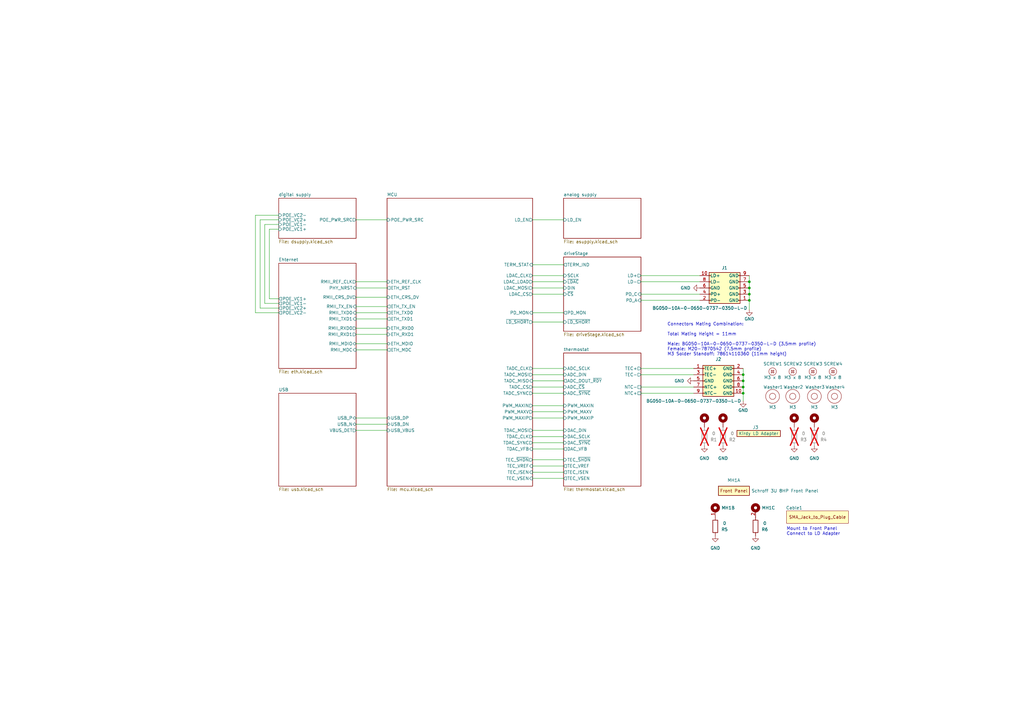
<source format=kicad_sch>
(kicad_sch (version 20230121) (generator eeschema)
  (paper "A3")
  (title_block (title "Kirdy") (date "2023-11-27") (rev "r0_3") (company "M-Labs Limited") (comment 1 "Linus Woo Chun Kit"))
  (lib_symbols
    (symbol "Device:R" (pin_numbers hide) (pin_names (offset 0))
      (property "Reference" "R" (at 2.032 0 90))
      (property "Value" "R" (at 0 0 90))
      (symbol "R_0_1"
        (rectangle (start -1.016 -2.54) (end 1.016 2.54) (stroke (width 0.254)))
      )
      (symbol "R_1_1"
        (pin passive line (at 0 3.81 270) (length 1.27) (name "~") (number "1"))
        (pin passive line (at 0 -3.81 90) (length 1.27) (name "~") (number "2"))
      )
    )
    (symbol "Mechanical:MountingHole_Pad" (pin_numbers hide) (pin_names (offset 1.016) hide)
      (property "Reference" "H" (at 0 6.35 0))
      (property "Value" "MountingHole_Pad" (at 0 4.445 0))
      (symbol "MountingHole_Pad_0_1"
        (circle (center 0 1.27) (radius 1.27) (stroke (width 1.27)))
      )
      (symbol "MountingHole_Pad_1_1"
        (pin input line (at 0 -2.54 90) (length 2.54) (name "1") (number "1"))
      )
    )
    (symbol "Panel_1"
      (property "Reference" "MH" (at 1.27 3.175 0))
      (symbol "Panel_1_1_1"
        (rectangle (start 0 0) (end 12.7 -3.81) (stroke (width 0.254)) (fill (type background)))
        (text "Front Panel" (at 6.35 -1.905 0) (effects (font (size 1.27 1.27))))
      )
      (symbol "Panel_1_2_1"
        (circle (center 0 0) (radius 1.27) (stroke (width 1.27)))
        (pin input line (at 3.81 0 180) (length 2.54) (name "") (number "1"))
      )
      (symbol "Panel_1_3_1"
        (circle (center 0 0) (radius 1.27) (stroke (width 1.27)))
        (pin input line (at 3.81 0 180) (length 2.54) (name "") (number "2"))
      )
    )
    (symbol "kirdy:Kirdy_Adapter_HDR1"
      (property "Reference" "J" (at 5.08 2.54 0))
      (property "Value" "BG050-10A-0-0650-0737-0350-L-D" (at 10.16 -12.7 0))
      (symbol "Kirdy_Adapter_HDR1_1_1"
        (rectangle (start 3.81 -10.033) (end 4.445 -10.287) (stroke (width 0.1524)))
        (rectangle (start 3.81 -7.493) (end 4.445 -7.747) (stroke (width 0.1524)))
        (rectangle (start 3.81 -4.953) (end 4.445 -5.207) (stroke (width 0.1524)))
        (rectangle (start 3.81 -2.413) (end 4.445 -2.667) (stroke (width 0.1524)))
        (rectangle (start 3.81 0.127) (end 4.445 -0.127) (stroke (width 0.1524)))
        (rectangle (start 3.81 1.27) (end 16.51 -11.43) (stroke (width 0.254)) (fill (type background)))
        (rectangle (start 15.875 -10.033) (end 16.51 -10.287) (stroke (width 0.1524)))
        (rectangle (start 15.875 -7.493) (end 16.51 -7.747) (stroke (width 0.1524)))
        (rectangle (start 15.875 -4.953) (end 16.51 -5.207) (stroke (width 0.1524)))
        (rectangle (start 15.875 -2.413) (end 16.51 -2.667) (stroke (width 0.1524)))
        (rectangle (start 15.875 0.127) (end 16.51 -0.127) (stroke (width 0.1524)))
        (pin passive line (at 0 0 0) (length 3.81) (name "TEC+") (number "1"))
        (pin passive line (at 20.32 -10.16 180) (length 3.81) (name "GND") (number "10"))
        (pin passive line (at 20.32 0 180) (length 3.81) (name "GND") (number "2"))
        (pin passive line (at 0 -2.54 0) (length 3.81) (name "TEC-") (number "3"))
        (pin passive line (at 20.32 -2.54 180) (length 3.81) (name "GND") (number "4"))
        (pin passive line (at 0 -5.08 0) (length 3.81) (name "GND") (number "5"))
        (pin passive line (at 20.32 -5.08 180) (length 3.81) (name "GND") (number "6"))
        (pin passive line (at 0 -7.62 0) (length 3.81) (name "NTC+") (number "7"))
        (pin passive line (at 20.32 -7.62 180) (length 3.81) (name "GND") (number "8"))
        (pin passive line (at 0 -10.16 0) (length 3.81) (name "NTC-") (number "9"))
      )
    )
    (symbol "kirdy:Kirdy_Adapter_HDR2"
      (property "Reference" "J" (at 5.08 2.54 0))
      (property "Value" "BG050-10A-0-0650-0737-0350-L-D" (at 10.16 -12.7 0))
      (symbol "Kirdy_Adapter_HDR2_1_1"
        (rectangle (start 3.81 -10.033) (end 4.445 -10.287) (stroke (width 0.1524)))
        (rectangle (start 3.81 -7.493) (end 4.445 -7.747) (stroke (width 0.1524)))
        (rectangle (start 3.81 -4.953) (end 4.445 -5.207) (stroke (width 0.1524)))
        (rectangle (start 3.81 -2.413) (end 4.445 -2.667) (stroke (width 0.1524)))
        (rectangle (start 3.81 0.127) (end 4.445 -0.127) (stroke (width 0.1524)))
        (rectangle (start 3.81 1.27) (end 16.51 -11.43) (stroke (width 0.254)) (fill (type background)))
        (rectangle (start 15.875 -10.033) (end 16.51 -10.287) (stroke (width 0.1524)))
        (rectangle (start 15.875 -7.493) (end 16.51 -7.747) (stroke (width 0.1524)))
        (rectangle (start 15.875 -4.953) (end 16.51 -5.207) (stroke (width 0.1524)))
        (rectangle (start 15.875 -2.413) (end 16.51 -2.667) (stroke (width 0.1524)))
        (rectangle (start 15.875 0.127) (end 16.51 -0.127) (stroke (width 0.1524)))
        (pin passive line (at 0 0 0) (length 3.81) (name "GND") (number "1"))
        (pin passive line (at 20.32 -10.16 180) (length 3.81) (name "LD+") (number "10"))
        (pin passive line (at 20.32 0 180) (length 3.81) (name "PD-") (number "2"))
        (pin passive line (at 0 -2.54 0) (length 3.81) (name "GND") (number "3"))
        (pin passive line (at 20.32 -2.54 180) (length 3.81) (name "PD+") (number "4"))
        (pin passive line (at 0 -5.08 0) (length 3.81) (name "GND") (number "5"))
        (pin passive line (at 20.32 -5.08 180) (length 3.81) (name "GND") (number "6"))
        (pin passive line (at 0 -7.62 0) (length 3.81) (name "GND") (number "7"))
        (pin passive line (at 20.32 -7.62 180) (length 3.81) (name "LD-") (number "8"))
        (pin passive line (at 0 -10.16 0) (length 3.81) (name "GND") (number "9"))
      )
    )
    (symbol "kirdy:Kirdy_LD_Adapter" (pin_names (offset 1.016) hide)
      (property "Reference" "J" (at -6.35 2.54 0))
      (property "Value" "Kirdy_LD_Adapter" (at 1.27 0 0))
      (symbol "Kirdy_LD_Adapter_1_1"
        (rectangle (start -7.62 1.27) (end 10.16 -1.27) (stroke (width 0.254)) (fill (type background)))
      )
    )
    (symbol "kirdy:Panel"
      (property "Reference" "MH" (at 1.27 3.175 0))
      (symbol "Panel_1_1"
        (rectangle (start 0 0) (end 12.7 -3.81) (stroke (width 0.254)) (fill (type background)))
        (text "Front Panel" (at 6.35 -1.905 0) (effects (font (size 1.27 1.27))))
      )
      (symbol "Panel_2_1"
        (circle (center 0 0) (radius 1.27) (stroke (width 1.27)))
        (pin input line (at 3.81 0 180) (length 2.54) (name "") (number "1"))
      )
      (symbol "Panel_3_1"
        (circle (center 0 0) (radius 1.27) (stroke (width 1.27)))
        (pin input line (at 3.81 0 180) (length 2.54) (name "") (number "2"))
      )
    )
    (symbol "kirdy:SMA_Jack_to_Plug_Cable" (on_board no)
      (property "Reference" "Cable" (at 2.54 1.27 0))
      (symbol "SMA_Jack_to_Plug_Cable_0_1"
        (rectangle (start 0 0) (end 25.4 -5.08) (fill (type background)))
      )
      (symbol "SMA_Jack_to_Plug_Cable_1_1"
        (text "SMA_Jack_to_Plug_Cable" (at 12.7 -2.54 0) (effects (font (size 1.27 1.27))))
      )
    )
    (symbol "kirdy:Screw" (on_board no)
      (property "Reference" "SCREW" (at 3.048 2.54 0))
      (symbol "Screw_0_1"
        (polyline (pts (xy -0.254 0) (xy -0.635 -0.381) (xy -0.381 -0.635) (xy 0 -0.254)))
        (polyline (pts (xy 0 -0.254) (xy 0.381 -0.635) (xy 0.635 -0.381) (xy 0.254 0)))
        (polyline (pts (xy 0 0.254) (xy -0.381 0.635) (xy -0.635 0.381) (xy -0.254 0)))
        (polyline (pts (xy 0.254 0) (xy 0.635 0.381) (xy 0.381 0.635) (xy 0 0.254)))
        (circle (center 0 0) (radius 1.524))
      )
    )
    (symbol "kirdy:Washer" (on_board no)
      (property "Reference" "Washer" (at 0 5.08 0))
      (symbol "Washer_0_1"
        (circle (center 0 0) (radius 1.27))
        (circle (center 0 0) (radius 2.8398))
      )
    )
    (symbol "power:GND" (power) (pin_names (offset 0))
      (property "Value" "GND" (at 0 -3.81 0))
      (symbol "GND_0_1"
        (polyline (pts (xy 0 0) (xy 0 -1.27) (xy 1.27 -1.27) (xy 0 -2.54) (xy -1.27 -1.27) (xy 0 -1.27)))
      )
      (symbol "GND_1_1"
        (pin power_in line (at 0 0 270) (length 0) hide (name "GND") (number "1"))
      )
    )
  )
  (junction (at 307.34 118.11))
  (junction (at 304.8 153.67))
  (junction (at 304.8 158.75))
  (junction (at 304.8 161.29))
  (junction (at 307.34 120.65))
  (junction (at 307.34 123.19))
  (junction (at 307.34 115.57))
  (junction (at 304.8 156.21))
  (wire (pts (xy 304.8 153.67) (xy 304.8 156.21)))
  (wire (pts (xy 146.05 176.53) (xy 158.75 176.53)))
  (wire (pts (xy 108.585 92.075) (xy 108.585 124.46)))
  (wire (pts (xy 218.44 168.91) (xy 231.14 168.91)))
  (wire (pts (xy 106.68 126.365) (xy 106.68 90.17)))
  (wire (pts (xy 218.44 176.53) (xy 231.14 176.53)))
  (wire (pts (xy 304.8 151.13) (xy 304.8 153.67)))
  (wire (pts (xy 146.05 125.73) (xy 158.75 125.73)))
  (wire (pts (xy 307.34 115.57) (xy 307.34 118.11)))
  (wire (pts (xy 262.89 123.19) (xy 287.02 123.19)))
  (wire (pts (xy 114.3 122.555) (xy 110.49 122.555)))
  (wire (pts (xy 218.44 151.13) (xy 231.14 151.13)))
  (wire (pts (xy 146.05 173.99) (xy 158.75 173.99)))
  (wire (pts (xy 218.44 161.29) (xy 231.14 161.29)))
  (wire (pts (xy 146.05 115.57) (xy 158.75 115.57)))
  (wire (pts (xy 218.44 90.17) (xy 231.14 90.17)))
  (wire (pts (xy 218.44 171.45) (xy 231.14 171.45)))
  (wire (pts (xy 146.05 140.97) (xy 158.75 140.97)))
  (wire (pts (xy 218.44 196.215) (xy 231.14 196.215)))
  (wire (pts (xy 218.44 166.37) (xy 231.14 166.37)))
  (wire (pts (xy 218.44 184.15) (xy 231.14 184.15)))
  (wire (pts (xy 218.44 191.135) (xy 231.14 191.135)))
  (wire (pts (xy 218.44 179.07) (xy 231.14 179.07)))
  (wire (pts (xy 262.89 161.29) (xy 284.48 161.29)))
  (wire (pts (xy 146.05 121.92) (xy 158.75 121.92)))
  (wire (pts (xy 146.05 171.45) (xy 158.75 171.45)))
  (wire (pts (xy 307.34 120.65) (xy 307.34 123.19)))
  (wire (pts (xy 262.89 113.03) (xy 287.02 113.03)))
  (wire (pts (xy 146.05 90.17) (xy 158.75 90.17)))
  (wire (pts (xy 114.3 92.075) (xy 108.585 92.075)))
  (wire (pts (xy 110.49 93.98) (xy 114.3 93.98)))
  (wire (pts (xy 304.8 156.21) (xy 304.8 158.75)))
  (wire (pts (xy 106.68 90.17) (xy 114.3 90.17)))
  (wire (pts (xy 110.49 122.555) (xy 110.49 93.98)))
  (wire (pts (xy 304.8 158.75) (xy 304.8 161.29)))
  (wire (pts (xy 114.3 88.265) (xy 104.775 88.265)))
  (wire (pts (xy 307.34 123.19) (xy 307.34 127)))
  (wire (pts (xy 146.05 130.81) (xy 158.75 130.81)))
  (wire (pts (xy 218.44 115.57) (xy 231.14 115.57)))
  (wire (pts (xy 262.89 120.65) (xy 287.02 120.65)))
  (wire (pts (xy 146.05 118.11) (xy 158.75 118.11)))
  (wire (pts (xy 114.3 126.365) (xy 106.68 126.365)))
  (wire (pts (xy 146.05 128.27) (xy 158.75 128.27)))
  (wire (pts (xy 304.8 161.29) (xy 304.8 164.465)))
  (wire (pts (xy 262.89 158.75) (xy 284.48 158.75)))
  (wire (pts (xy 104.775 88.265) (xy 104.775 128.27)))
  (wire (pts (xy 218.44 132.08) (xy 231.14 132.08)))
  (wire (pts (xy 146.05 134.62) (xy 158.75 134.62)))
  (wire (pts (xy 218.44 118.11) (xy 231.14 118.11)))
  (wire (pts (xy 307.34 113.03) (xy 307.34 115.57)))
  (wire (pts (xy 218.44 156.21) (xy 231.14 156.21)))
  (wire (pts (xy 307.34 118.11) (xy 307.34 120.65)))
  (wire (pts (xy 218.44 128.27) (xy 231.14 128.27)))
  (wire (pts (xy 218.44 188.595) (xy 231.14 188.595)))
  (wire (pts (xy 218.44 153.67) (xy 231.14 153.67)))
  (wire (pts (xy 218.44 108.585) (xy 231.14 108.585)))
  (wire (pts (xy 218.44 181.61) (xy 231.14 181.61)))
  (wire (pts (xy 218.44 158.75) (xy 231.14 158.75)))
  (wire (pts (xy 218.44 120.65) (xy 231.14 120.65)))
  (wire (pts (xy 262.89 151.13) (xy 284.48 151.13)))
  (wire (pts (xy 262.89 153.67) (xy 284.48 153.67)))
  (wire (pts (xy 108.585 124.46) (xy 114.3 124.46)))
  (wire (pts (xy 146.05 143.51) (xy 158.75 143.51)))
  (wire (pts (xy 262.89 115.57) (xy 287.02 115.57)))
  (wire (pts (xy 104.775 128.27) (xy 114.3 128.27)))
  (wire (pts (xy 218.44 193.675) (xy 231.14 193.675)))
  (wire (pts (xy 218.44 113.03) (xy 231.14 113.03)))
  (wire (pts (xy 146.05 137.16) (xy 158.75 137.16)))
  (text "Mount to Front Panel \nConnect to LD Adapter" (at 322.58 219.71 0) (effects (font (size 1.27 1.27)) (justify left bottom)))
  (text "Connectors Mating Combination:\n\nTotal Mating Height = 11mm\n\nMale: BG050-10A-0-0650-0737-0350-L-D (3.5mm profile) \nFemale: M20-7870542 (7.5mm profile) \nM3 Solder Standoff: 78614110360 (11mm height)" (at 273.685 146.05 0) (effects (font (size 1.27 1.27)) (justify left bottom)))
  (symbol (lib_id "power:GND") (at 309.88 219.71 0) (unit 1)
    (property "Reference" "#PWR010" (effects hide))
    (property "Value" "GND" (at 309.88 224.79 0))
  )
  (symbol (lib_id "kirdy:Washer") (at 316.865 162.56 0) (unit 1) (on_board no)
    (property "Reference" "Washer1" (at 313.055 158.75 0) (effects (justify left)))
    (property "Value" "M3" (at 316.865 167.005 0))
  )
  (symbol (lib_id "Device:R") (at 296.545 179.07 180) (unit 1) (dnp yes)
    (property "Reference" "R2" (at 300.355 180.34 0))
    (property "Value" "0" (at 300.355 177.8 0))
    (property "Footprint" "Resistor_SMD:R_0603_1608Metric" (effects hide))
    (property "MFR_PN" "RMCF0603ZT0R00" (effects hide))
    (property "MFR_PN_ALT" "CR0603-J/-000ELF" (effects hide))
  )
  (symbol (lib_id "kirdy:Washer") (at 334.01 162.56 0) (unit 1) (on_board no)
    (property "Reference" "Washer3" (at 330.2 158.75 0) (effects (justify left)))
    (property "Value" "M3" (at 334.01 167.005 0))
  )
  (symbol (lib_id "Device:R") (at 293.37 215.9 180) (unit 1)
    (property "Reference" "R5" (at 297.18 217.17 0))
    (property "Value" "0" (at 297.18 214.63 0))
    (property "Footprint" "Resistor_SMD:R_0603_1608Metric" (effects hide))
    (property "MFR_PN" "RMCF0603ZT0R00" (effects hide))
    (property "MFR_PN_ALT" "CR0603-J/-000ELF" (effects hide))
  )
  (symbol (lib_id "kirdy:Washer") (at 342.265 162.56 0) (unit 1) (on_board no)
    (property "Reference" "Washer4" (at 338.455 158.75 0) (effects (justify left)))
    (property "Value" "M3" (at 342.265 167.005 0))
  )
  (symbol (lib_id "kirdy:Kirdy_LD_Adapter") (at 309.88 177.8 0) (unit 1)
    (property "Reference" "J3" (at 309.88 175.26 0))
    (property "Value" "Kirdy LD Adapter" (at 311.15 177.8 0))
    (property "Footprint" "kirdy:Kirdy_LD_Adapter" (effects hide))
    (property "MFR_PN" "Kirdy_LD_Adapter_PCB" (effects hide))
  )
  (symbol (lib_id "kirdy:Washer") (at 325.12 162.56 0) (unit 1) (on_board no)
    (property "Reference" "Washer2" (at 321.31 158.75 0) (effects (justify left)))
    (property "Value" "M3" (at 325.12 167.005 0))
  )
  (symbol (lib_id "kirdy:Panel") (at 309.88 208.28 270) (unit 3)
    (property "Reference" "MH1" (at 312.42 208.28 90) (effects (justify left)))
    (property "Value" "Schroff 3U 8HP Front Panel" (effects hide))
    (property "Footprint" "kirdy:Panel" (effects hide))
    (property "MFR_PN" "20848-668" (effects hide))
  )
  (symbol (lib_id "kirdy:Screw") (at 316.865 152.4 0) (unit 1) (on_board no)
    (property "Reference" "SCREW1" (at 313.055 149.225 0) (effects (justify left)))
    (property "Value" "M3 x 8" (at 316.865 154.813 0))
    (property "MFR_PN" "EDLV-M3-L8" (effects hide))
    (property "MFR_PN_ALT" "FH4-M3-8 " (effects hide))
    (property "Comment" "https://jlcmc.com/product/s/E02/EDLV/cross-recessed-large-flat-head-screw" (effects hide))
  )
  (symbol (lib_id "kirdy:Kirdy_Adapter_HDR2") (at 307.34 123.19 180) (unit 1)
    (property "Reference" "J1" (at 297.18 109.855 0))
    (property "Value" "BG050-10A-0-0650-0737-0350-L-D" (at 287.02 126.365 0))
    (property "Footprint" "kirdy:BG050-10A-0-0650-0737-0350-L-D" (effects hide))
    (property "MFR_PN" "BG050-10A-0-0650-0737-0350-L-D" (effects hide))
    (property "MFR_PN_ALT" "BG050-10A-0-0450-0737-0350-L-D " (effects hide))
  )
  (symbol (lib_name "Panel_1") (lib_id "kirdy:Panel") (at 294.64 199.39 0) (unit 1)
    (property "Reference" "MH1" (at 300.99 196.977 0))
    (property "Value" "Schroff 3U 8HP Front Panel" (at 321.945 201.295 0))
    (property "Footprint" "kirdy:Panel" (effects hide))
    (property "MFR_PN" "20848-668" (effects hide))
  )
  (symbol (lib_id "power:GND") (at 307.34 127 0) (unit 1)
    (property "Reference" "#PWR02" (effects hide))
    (property "Value" "GND" (at 307.34 130.81 0))
  )
  (symbol (lib_id "kirdy:Screw") (at 333.375 152.4 0) (unit 1) (on_board no)
    (property "Reference" "SCREW3" (at 329.565 149.225 0) (effects (justify left)))
    (property "Value" "M3 x 8" (at 333.375 154.813 0))
    (property "MFR_PN" "EDLV-M3-L8" (effects hide))
    (property "MFR_PN_ALT" "FH4-M3-8 " (effects hide))
    (property "Comment" "https://jlcmc.com/product/s/E02/EDLV/cross-recessed-large-flat-head-screw" (effects hide))
  )
  (symbol (lib_id "Mechanical:MountingHole_Pad") (at 325.755 172.72 0) (unit 1)
    (property "Reference" "H3" (effects hide))
    (property "Value" "78614110360" (effects hide))
    (property "Footprint" "Mounting_Wuerth:Mounting_Wuerth_WA-SMSI-M3_H11mm_9774110360" (effects hide))
    (property "MFR_PN" "78614110360" (effects hide))
    (property "MFT_PN_ALT" "9774110360R" (effects hide))
  )
  (symbol (lib_id "power:GND") (at 287.02 118.11 270) (unit 1)
    (property "Reference" "#PWR01" (effects hide))
    (property "Value" "GND" (at 283.21 118.11 90) (effects (justify right)))
  )
  (symbol (lib_id "Mechanical:MountingHole_Pad") (at 288.925 172.72 0) (unit 1)
    (property "Reference" "H1" (effects hide))
    (property "Value" "78614110360" (effects hide))
    (property "Footprint" "Mounting_Wuerth:Mounting_Wuerth_WA-SMSI-M3_H11mm_9774110360" (effects hide))
    (property "Datasheet" "~" (at 288.925 172.72 0))
    (property "MFR_PN" "78614110360" (effects hide))
    (property "MFR_PN_ALT" "9774110360R" (effects hide))
  )
  (symbol (lib_id "Device:R") (at 325.755 179.07 180) (unit 1) (dnp yes)
    (property "Reference" "R3" (at 329.565 180.34 0))
    (property "Value" "0" (at 329.565 177.8 0))
    (property "Footprint" "Resistor_SMD:R_0603_1608Metric" (effects hide))
    (property "MFR_PN" "RMCF0603ZT0R00" (effects hide))
    (property "MFR_PN_ALT" "CR0603-J/-000ELF" (effects hide))
  )
  (symbol (lib_id "power:GND") (at 296.545 182.88 0) (unit 1)
    (property "Reference" "#PWR06" (effects hide))
    (property "Value" "GND" (at 296.545 187.96 0))
  )
  (symbol (lib_id "power:GND") (at 288.925 182.88 0) (unit 1)
    (property "Reference" "#PWR05" (effects hide))
    (property "Value" "GND" (at 288.925 187.96 0))
  )
  (symbol (lib_id "Mechanical:MountingHole_Pad") (at 334.01 172.72 0) (unit 1)
    (property "Reference" "H4" (effects hide))
    (property "Value" "78614110360" (effects hide))
    (property "Footprint" "Mounting_Wuerth:Mounting_Wuerth_WA-SMSI-M3_H11mm_9774110360" (effects hide))
    (property "MFR_PN" "78614110360" (effects hide))
    (property "MFR_PN_ALT" "9774110360R" (effects hide))
  )
  (symbol (lib_id "Mechanical:MountingHole_Pad") (at 296.545 172.72 0) (unit 1)
    (property "Reference" "H2" (effects hide))
    (property "Value" "78614110360" (effects hide))
    (property "Footprint" "Mounting_Wuerth:Mounting_Wuerth_WA-SMSI-M3_H11mm_9774110360" (effects hide))
    (property "MFR_PN" "78614110360" (effects hide))
    (property "MFR_PN_ALT" "9774110360R" (effects hide))
  )
  (symbol (lib_id "power:GND") (at 334.01 182.88 0) (unit 1)
    (property "Reference" "#PWR08" (effects hide))
    (property "Value" "GND" (at 334.01 187.96 0))
  )
  (symbol (lib_id "kirdy:Screw") (at 325.12 152.4 0) (unit 1) (on_board no)
    (property "Reference" "SCREW2" (at 321.31 149.225 0) (effects (justify left)))
    (property "Value" "M3 x 8" (at 325.12 154.813 0))
    (property "MFR_PN" "EDLV-M3-L8" (effects hide))
    (property "MFR_PN_ALT" "FH4-M3-8 " (effects hide))
    (property "Comment" "https://jlcmc.com/product/s/E02/EDLV/cross-recessed-large-flat-head-screw" (effects hide))
  )
  (symbol (lib_id "Device:R") (at 334.01 179.07 180) (unit 1) (dnp yes)
    (property "Reference" "R4" (at 337.82 180.34 0))
    (property "Value" "0" (at 337.82 177.8 0))
    (property "Footprint" "Resistor_SMD:R_0603_1608Metric" (effects hide))
    (property "MFR_PN" "RMCF0603ZT0R00" (effects hide))
    (property "MFR_PN_ALT" "CR0603-J/-000ELF" (effects hide))
  )
  (symbol (lib_id "kirdy:SMA_Jack_to_Plug_Cable") (at 322.58 209.55 0) (unit 1) (on_board no)
    (property "Reference" "Cable1" (at 325.755 208.28 0))
    (property "Value" "SMA_Jack_to_Plug_Cable" (effects hide))
    (property "MFR_PN" "095-902-477-006" (effects hide))
    (property "MFR_PN_ALT" "095-902-481-006" (effects hide))
    (property "Comment" "Minimum Length of Cable: 120mm" (effects hide))
  )
  (symbol (lib_id "power:GND") (at 293.37 219.71 0) (unit 1)
    (property "Reference" "#PWR09" (effects hide))
    (property "Value" "GND" (at 293.37 224.79 0))
  )
  (symbol (lib_id "power:GND") (at 284.48 156.21 270) (unit 1)
    (property "Reference" "#PWR03" (effects hide))
    (property "Value" "GND" (at 280.67 156.21 90) (effects (justify right)))
  )
  (symbol (lib_id "Device:R") (at 288.925 179.07 180) (unit 1) (dnp yes)
    (property "Reference" "R1" (at 292.735 180.34 0))
    (property "Value" "0" (at 292.735 177.8 0))
    (property "Footprint" "Resistor_SMD:R_0603_1608Metric" (effects hide))
    (property "MFR_PN" "RMCF0603ZT0R00" (effects hide))
    (property "MFR_PN_ALT" "CR0603-J/-000ELF" (effects hide))
  )
  (symbol (lib_id "kirdy:Screw") (at 341.63 152.4 0) (unit 1) (on_board no)
    (property "Reference" "SCREW4" (at 337.82 149.225 0) (effects (justify left)))
    (property "Value" "M3 x 8" (at 341.63 154.813 0))
    (property "MFR_PN" "EDLV-M3-L8" (effects hide))
    (property "MFR_PN_ALT" "FH4-M3-8 " (effects hide))
    (property "Comment" "https://jlcmc.com/product/s/E02/EDLV/cross-recessed-large-flat-head-screw" (effects hide))
  )
  (symbol (lib_id "kirdy:Panel") (at 293.37 208.28 270) (unit 2)
    (property "Reference" "MH1" (at 295.91 208.28 90) (effects (justify left)))
    (property "Value" "Schroff 3U 8HP Front Panel" (effects hide))
    (property "Footprint" "kirdy:Panel" (effects hide))
    (property "MFR_PN" "20848-668" (effects hide))
  )
  (symbol (lib_id "kirdy:Kirdy_Adapter_HDR1") (at 284.48 151.13 0) (unit 1)
    (property "Reference" "J2" (at 294.64 147.32 0))
    (property "Value" "BG050-10A-0-0650-0737-0350-L-D" (at 284.48 164.465 0))
    (property "Footprint" "kirdy:BG050-10A-0-0650-0737-0350-L-D" (effects hide))
    (property "MFR_PN" "BG050-10A-0-0650-0737-0350-L-D" (effects hide))
    (property "MFR_PN_ALT" "BG050-10A-0-0450-0737-0350-L-D " (effects hide))
  )
  (symbol (lib_id "power:GND") (at 304.8 164.465 0) (unit 1)
    (property "Reference" "#PWR04" (effects hide))
    (property "Value" "GND" (at 304.8 168.275 0))
  )
  (symbol (lib_id "power:GND") (at 325.755 182.88 0) (unit 1)
    (property "Reference" "#PWR07" (effects hide))
    (property "Value" "GND" (at 325.755 187.96 0))
  )
  (symbol (lib_id "Device:R") (at 309.88 215.9 180) (unit 1)
    (property "Reference" "R6" (at 313.69 217.17 0))
    (property "Value" "0" (at 313.69 214.63 0))
    (property "Footprint" "Resistor_SMD:R_0603_1608Metric" (effects hide))
    (property "MFR_PN" "RMCF0603ZT0R00" (effects hide))
    (property "MFR_PN_ALT" "CR0603-J/-000ELF" (effects hide))
  )
  (sheet (at 114.3 107.95) (size 31.75 43.18) (stroke (width 0.1524))
    (property "Sheetname" "Ehternet" (at 114.3 107.2384 0) (effects (justify left bottom)))
    (property "Sheetfile" "eth.kicad_sch" (at 114.3 151.7146 0) (effects (justify left top)))
    (pin "RMII_MDIO" bidirectional (at 146.05 140.97 0))
    (pin "PHY_NRST" input (at 146.05 118.11 0))
    (pin "RMII_MDC" input (at 146.05 143.51 0))
    (pin "RMII_CRS_DV" output (at 146.05 121.92 0))
    (pin "RMII_TX_EN" input (at 146.05 125.73 0))
    (pin "RMII_TXD0" input (at 146.05 128.27 0))
    (pin "RMII_TXD1" input (at 146.05 130.81 0))
    (pin "RMII_RXD0" output (at 146.05 134.62 0))
    (pin "RMII_RXD1" output (at 146.05 137.16 0))
    (pin "RMII_REF_CLK" output (at 146.05 115.57 0))
    (pin "POE_VC1+" output (at 114.3 122.555 180))
    (pin "POE_VC1-" output (at 114.3 124.46 180))
    (pin "POE_VC2+" output (at 114.3 126.365 180))
    (pin "POE_VC2-" output (at 114.3 128.27 180))
  )
  (sheet (at 114.3 161.29) (size 31.75 38.1) (stroke (width 0.1524))
    (property "Sheetname" "USB" (at 114.3 160.5784 0) (effects (justify left bottom)))
    (property "Sheetfile" "usb.kicad_sch" (at 114.3 199.9746 0) (effects (justify left top)))
    (pin "USB_N" bidirectional (at 146.05 173.99 0))
    (pin "USB_P" bidirectional (at 146.05 171.45 0))
    (pin "VBUS_DET" output (at 146.05 176.53 0))
  )
  (sheet (at 231.14 105.41) (size 31.75 30.48) (stroke (width 0.1524))
    (property "Sheetname" "driveStage" (at 231.14 104.6984 0) (effects (justify left bottom)))
    (property "Sheetfile" "driveStage.kicad_sch" (at 231.14 136.4746 0) (effects (justify left top)))
    (pin "LD-" output (at 262.89 115.57 0))
    (pin "LD+" output (at 262.89 113.03 0))
    (pin "SCLK" input (at 231.14 113.03 180))
    (pin "DIN" input (at 231.14 118.11 180))
    (pin "~{LDAC}" input (at 231.14 115.57 180))
    (pin "~{CS}" input (at 231.14 120.65 180))
    (pin "PD_A" input (at 262.89 123.19 0))
    (pin "PD_C" input (at 262.89 120.65 0))
    (pin "PD_MON" output (at 231.14 128.27 180))
    (pin "~{LD_SHORT}" input (at 231.14 132.08 180))
    (pin "TERM_IND" output (at 231.14 108.585 180))
  )
  (sheet (at 114.3 81.28) (size 31.75 16.51) (stroke (width 0.1524))
    (property "Sheetname" "digital supply" (at 114.3 80.5684 0) (effects (justify left bottom)))
    (property "Sheetfile" "dsupply.kicad_sch" (at 114.3 98.3746 0) (effects (justify left top)))
    (pin "POE_PWR_SRC" output (at 146.05 90.17 0))
    (pin "POE_VC1-" input (at 114.3 92.075 180))
    (pin "POE_VC2-" input (at 114.3 88.265 180))
    (pin "POE_VC1+" input (at 114.3 93.98 180))
    (pin "POE_VC2+" input (at 114.3 90.17 180))
  )
  (sheet (at 231.14 144.78) (size 31.75 54.61) (stroke (width 0.1524))
    (property "Sheetname" "thermostat" (at 231.14 144.0684 0) (effects (justify left bottom)))
    (property "Sheetfile" "thermostat.kicad_sch" (at 231.14 199.9746 0) (effects (justify left top)))
    (pin "TEC-" output (at 262.89 153.67 0))
    (pin "TEC+" output (at 262.89 151.13 0))
    (pin "NTC-" passive (at 262.89 158.75 0))
    (pin "NTC+" passive (at 262.89 161.29 0))
    (pin "DAC_~{SYNC}" input (at 231.14 181.61 180))
    (pin "DAC_SCLK" input (at 231.14 179.07 180))
    (pin "DAC_DIN" input (at 231.14 176.53 180))
    (pin "PWM_MAXV" input (at 231.14 168.91 180))
    (pin "ADC_SCLK" input (at 231.14 151.13 180))
    (pin "ADC_DIN" input (at 231.14 153.67 180))
    (pin "ADC_DOUT_~{RDY}" output (at 231.14 156.21 180))
    (pin "ADC_~{CS}" input (at 231.14 158.75 180))
    (pin "ADC_~{SYNC}" input (at 231.14 161.29 180))
    (pin "PWM_MAXIN" input (at 231.14 166.37 180))
    (pin "PWM_MAXIP" input (at 231.14 171.45 180))
    (pin "TEC_~{SHDN}" input (at 231.14 188.595 180))
    (pin "TEC_ISEN" output (at 231.14 193.675 180))
    (pin "TEC_VREF" output (at 231.14 191.135 180))
    (pin "TEC_VSEN" output (at 231.14 196.215 180))
    (pin "DAC_VFB" output (at 231.14 184.15 180))
  )
  (sheet (at 231.14 81.28) (size 31.75 16.51) (stroke (width 0.1524))
    (property "Sheetname" "analog supply" (at 231.14 80.5684 0) (effects (justify left bottom)))
    (property "Sheetfile" "asupply.kicad_sch" (at 231.14 98.3746 0) (effects (justify left top)))
    (pin "LD_EN" input (at 231.14 90.17 180))
  )
  (sheet (at 158.75 81.28) (size 59.69 118.11) (stroke (width 0.1524))
    (property "Sheetname" "MCU" (at 158.75 80.5684 0) (effects (justify left bottom)))
    (property "Sheetfile" "mcu.kicad_sch" (at 158.75 199.9746 0) (effects (justify left top)))
    (pin "ETH_RST" output (at 158.75 118.11 180))
    (pin "ETH_MDIO" bidirectional (at 158.75 140.97 180))
    (pin "PD_MON" input (at 218.44 128.27 0))
    (pin "TEC_~{SHDN}" output (at 218.44 188.595 0))
    (pin "TEC_VREF" input (at 218.44 191.135 0))
    (pin "ETH_CRS_DV" input (at 158.75 121.92 180))
    (pin "USB_VBUS" input (at 158.75 176.53 180))
    (pin "TEC_ISEN" input (at 218.44 193.675 0))
    (pin "TEC_VSEN" input (at 218.44 196.215 0))
    (pin "USB_DP" bidirectional (at 158.75 171.45 180))
    (pin "USB_DN" bidirectional (at 158.75 173.99 180))
    (pin "TADC_CS" output (at 218.44 158.75 0))
    (pin "LDAC_CLK" output (at 218.44 113.03 0))
    (pin "ETH_TX_EN" output (at 158.75 125.73 180))
    (pin "ETH_TXD0" output (at 158.75 128.27 180))
    (pin "ETH_TXD1" output (at 158.75 130.81 180))
    (pin "LDAC_LOAD" output (at 218.44 115.57 0))
    (pin "POE_PWR_SRC" input (at 158.75 90.17 180))
    (pin "ETH_RXD0" input (at 158.75 134.62 180))
    (pin "ETH_RXD1" input (at 158.75 137.16 180))
    (pin "LDAC_MOSI" output (at 218.44 118.11 0))
    (pin "TADC_MOSI" output (at 218.44 153.67 0))
    (pin "TADC_MISO" input (at 218.44 156.21 0))
    (pin "PWM_MAXIP" output (at 218.44 171.45 0))
    (pin "ETH_MDC" output (at 158.75 143.51 180))
    (pin "LDAC_CS" output (at 218.44 120.65 0))
    (pin "TADC_SYNC" output (at 218.44 161.29 0))
    (pin "TDAC_CLK" output (at 218.44 179.07 0))
    (pin "TDAC_SYNC" output (at 218.44 181.61 0))
    (pin "TDAC_MOSI" output (at 218.44 176.53 0))
    (pin "PWM_MAXIN" output (at 218.44 166.37 0))
    (pin "PWM_MAXV" output (at 218.44 168.91 0))
    (pin "TADC_CLK" output (at 218.44 151.13 0))
    (pin "ETH_REF_CLK" input (at 158.75 115.57 180))
    (pin "LD_EN" output (at 218.44 90.17 0))
    (pin "~{LD_SHORT}" output (at 218.44 132.08 0))
    (pin "TERM_STAT" input (at 218.44 108.585 0))
    (pin "TDAC_VFB" input (at 218.44 184.15 0))
  )
)
</source>
